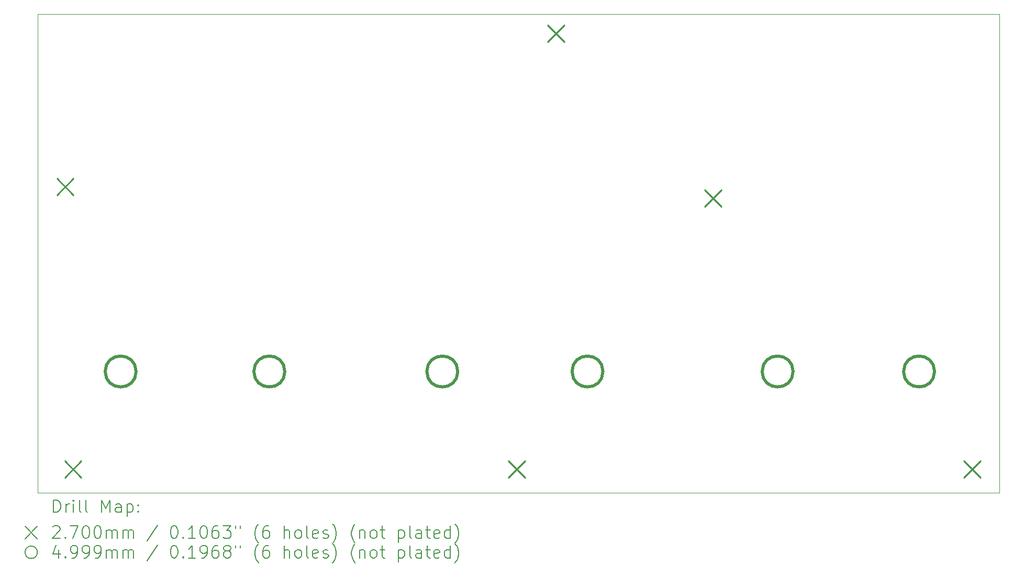
<source format=gbr>
%TF.GenerationSoftware,KiCad,Pcbnew,7.0.8*%
%TF.CreationDate,2023-10-07T19:30:02-07:00*%
%TF.ProjectId,nixie3,6e697869-6533-42e6-9b69-6361645f7063,rev?*%
%TF.SameCoordinates,Original*%
%TF.FileFunction,Drillmap*%
%TF.FilePolarity,Positive*%
%FSLAX45Y45*%
G04 Gerber Fmt 4.5, Leading zero omitted, Abs format (unit mm)*
G04 Created by KiCad (PCBNEW 7.0.8) date 2023-10-07 19:30:02*
%MOMM*%
%LPD*%
G01*
G04 APERTURE LIST*
%ADD10C,0.100000*%
%ADD11C,0.200000*%
%ADD12C,0.270000*%
%ADD13C,0.499872*%
G04 APERTURE END LIST*
D10*
X3873500Y-3492500D02*
X19431000Y-3492500D01*
X19431000Y-11239500D01*
X3873500Y-11239500D01*
X3873500Y-3492500D01*
D11*
D12*
X4183000Y-6151500D02*
X4453000Y-6421500D01*
X4453000Y-6151500D02*
X4183000Y-6421500D01*
X4310000Y-10723500D02*
X4580000Y-10993500D01*
X4580000Y-10723500D02*
X4310000Y-10993500D01*
X11485500Y-10723500D02*
X11755500Y-10993500D01*
X11755500Y-10723500D02*
X11485500Y-10993500D01*
X12120500Y-3675000D02*
X12390500Y-3945000D01*
X12390500Y-3675000D02*
X12120500Y-3945000D01*
X14660500Y-6342000D02*
X14930500Y-6612000D01*
X14930500Y-6342000D02*
X14660500Y-6612000D01*
X18851500Y-10723500D02*
X19121500Y-10993500D01*
X19121500Y-10723500D02*
X18851500Y-10993500D01*
D13*
X5464936Y-9278366D02*
G75*
G03*
X5464936Y-9278366I-249936J0D01*
G01*
X7869936Y-9278366D02*
G75*
G03*
X7869936Y-9278366I-249936J0D01*
G01*
X10667238Y-9278366D02*
G75*
G03*
X10667238Y-9278366I-249936J0D01*
G01*
X13015240Y-9278366D02*
G75*
G03*
X13015240Y-9278366I-249936J0D01*
G01*
X16089884Y-9278366D02*
G75*
G03*
X16089884Y-9278366I-249936J0D01*
G01*
X18377586Y-9278366D02*
G75*
G03*
X18377586Y-9278366I-249936J0D01*
G01*
D11*
X4129277Y-11555984D02*
X4129277Y-11355984D01*
X4129277Y-11355984D02*
X4176896Y-11355984D01*
X4176896Y-11355984D02*
X4205467Y-11365508D01*
X4205467Y-11365508D02*
X4224515Y-11384555D01*
X4224515Y-11384555D02*
X4234039Y-11403603D01*
X4234039Y-11403603D02*
X4243563Y-11441698D01*
X4243563Y-11441698D02*
X4243563Y-11470269D01*
X4243563Y-11470269D02*
X4234039Y-11508365D01*
X4234039Y-11508365D02*
X4224515Y-11527412D01*
X4224515Y-11527412D02*
X4205467Y-11546460D01*
X4205467Y-11546460D02*
X4176896Y-11555984D01*
X4176896Y-11555984D02*
X4129277Y-11555984D01*
X4329277Y-11555984D02*
X4329277Y-11422650D01*
X4329277Y-11460746D02*
X4338801Y-11441698D01*
X4338801Y-11441698D02*
X4348324Y-11432174D01*
X4348324Y-11432174D02*
X4367372Y-11422650D01*
X4367372Y-11422650D02*
X4386420Y-11422650D01*
X4453086Y-11555984D02*
X4453086Y-11422650D01*
X4453086Y-11355984D02*
X4443563Y-11365508D01*
X4443563Y-11365508D02*
X4453086Y-11375031D01*
X4453086Y-11375031D02*
X4462610Y-11365508D01*
X4462610Y-11365508D02*
X4453086Y-11355984D01*
X4453086Y-11355984D02*
X4453086Y-11375031D01*
X4576896Y-11555984D02*
X4557848Y-11546460D01*
X4557848Y-11546460D02*
X4548324Y-11527412D01*
X4548324Y-11527412D02*
X4548324Y-11355984D01*
X4681658Y-11555984D02*
X4662610Y-11546460D01*
X4662610Y-11546460D02*
X4653086Y-11527412D01*
X4653086Y-11527412D02*
X4653086Y-11355984D01*
X4910229Y-11555984D02*
X4910229Y-11355984D01*
X4910229Y-11355984D02*
X4976896Y-11498841D01*
X4976896Y-11498841D02*
X5043563Y-11355984D01*
X5043563Y-11355984D02*
X5043563Y-11555984D01*
X5224515Y-11555984D02*
X5224515Y-11451222D01*
X5224515Y-11451222D02*
X5214991Y-11432174D01*
X5214991Y-11432174D02*
X5195944Y-11422650D01*
X5195944Y-11422650D02*
X5157848Y-11422650D01*
X5157848Y-11422650D02*
X5138801Y-11432174D01*
X5224515Y-11546460D02*
X5205467Y-11555984D01*
X5205467Y-11555984D02*
X5157848Y-11555984D01*
X5157848Y-11555984D02*
X5138801Y-11546460D01*
X5138801Y-11546460D02*
X5129277Y-11527412D01*
X5129277Y-11527412D02*
X5129277Y-11508365D01*
X5129277Y-11508365D02*
X5138801Y-11489317D01*
X5138801Y-11489317D02*
X5157848Y-11479793D01*
X5157848Y-11479793D02*
X5205467Y-11479793D01*
X5205467Y-11479793D02*
X5224515Y-11470269D01*
X5319753Y-11422650D02*
X5319753Y-11622650D01*
X5319753Y-11432174D02*
X5338801Y-11422650D01*
X5338801Y-11422650D02*
X5376896Y-11422650D01*
X5376896Y-11422650D02*
X5395944Y-11432174D01*
X5395944Y-11432174D02*
X5405467Y-11441698D01*
X5405467Y-11441698D02*
X5414991Y-11460746D01*
X5414991Y-11460746D02*
X5414991Y-11517888D01*
X5414991Y-11517888D02*
X5405467Y-11536936D01*
X5405467Y-11536936D02*
X5395944Y-11546460D01*
X5395944Y-11546460D02*
X5376896Y-11555984D01*
X5376896Y-11555984D02*
X5338801Y-11555984D01*
X5338801Y-11555984D02*
X5319753Y-11546460D01*
X5500705Y-11536936D02*
X5510229Y-11546460D01*
X5510229Y-11546460D02*
X5500705Y-11555984D01*
X5500705Y-11555984D02*
X5491182Y-11546460D01*
X5491182Y-11546460D02*
X5500705Y-11536936D01*
X5500705Y-11536936D02*
X5500705Y-11555984D01*
X5500705Y-11432174D02*
X5510229Y-11441698D01*
X5510229Y-11441698D02*
X5500705Y-11451222D01*
X5500705Y-11451222D02*
X5491182Y-11441698D01*
X5491182Y-11441698D02*
X5500705Y-11432174D01*
X5500705Y-11432174D02*
X5500705Y-11451222D01*
X3668500Y-11784500D02*
X3868500Y-11984500D01*
X3868500Y-11784500D02*
X3668500Y-11984500D01*
X4119753Y-11795031D02*
X4129277Y-11785508D01*
X4129277Y-11785508D02*
X4148324Y-11775984D01*
X4148324Y-11775984D02*
X4195944Y-11775984D01*
X4195944Y-11775984D02*
X4214991Y-11785508D01*
X4214991Y-11785508D02*
X4224515Y-11795031D01*
X4224515Y-11795031D02*
X4234039Y-11814079D01*
X4234039Y-11814079D02*
X4234039Y-11833127D01*
X4234039Y-11833127D02*
X4224515Y-11861698D01*
X4224515Y-11861698D02*
X4110229Y-11975984D01*
X4110229Y-11975984D02*
X4234039Y-11975984D01*
X4319753Y-11956936D02*
X4329277Y-11966460D01*
X4329277Y-11966460D02*
X4319753Y-11975984D01*
X4319753Y-11975984D02*
X4310229Y-11966460D01*
X4310229Y-11966460D02*
X4319753Y-11956936D01*
X4319753Y-11956936D02*
X4319753Y-11975984D01*
X4395944Y-11775984D02*
X4529277Y-11775984D01*
X4529277Y-11775984D02*
X4443563Y-11975984D01*
X4643563Y-11775984D02*
X4662610Y-11775984D01*
X4662610Y-11775984D02*
X4681658Y-11785508D01*
X4681658Y-11785508D02*
X4691182Y-11795031D01*
X4691182Y-11795031D02*
X4700705Y-11814079D01*
X4700705Y-11814079D02*
X4710229Y-11852174D01*
X4710229Y-11852174D02*
X4710229Y-11899793D01*
X4710229Y-11899793D02*
X4700705Y-11937888D01*
X4700705Y-11937888D02*
X4691182Y-11956936D01*
X4691182Y-11956936D02*
X4681658Y-11966460D01*
X4681658Y-11966460D02*
X4662610Y-11975984D01*
X4662610Y-11975984D02*
X4643563Y-11975984D01*
X4643563Y-11975984D02*
X4624515Y-11966460D01*
X4624515Y-11966460D02*
X4614991Y-11956936D01*
X4614991Y-11956936D02*
X4605467Y-11937888D01*
X4605467Y-11937888D02*
X4595944Y-11899793D01*
X4595944Y-11899793D02*
X4595944Y-11852174D01*
X4595944Y-11852174D02*
X4605467Y-11814079D01*
X4605467Y-11814079D02*
X4614991Y-11795031D01*
X4614991Y-11795031D02*
X4624515Y-11785508D01*
X4624515Y-11785508D02*
X4643563Y-11775984D01*
X4834039Y-11775984D02*
X4853086Y-11775984D01*
X4853086Y-11775984D02*
X4872134Y-11785508D01*
X4872134Y-11785508D02*
X4881658Y-11795031D01*
X4881658Y-11795031D02*
X4891182Y-11814079D01*
X4891182Y-11814079D02*
X4900705Y-11852174D01*
X4900705Y-11852174D02*
X4900705Y-11899793D01*
X4900705Y-11899793D02*
X4891182Y-11937888D01*
X4891182Y-11937888D02*
X4881658Y-11956936D01*
X4881658Y-11956936D02*
X4872134Y-11966460D01*
X4872134Y-11966460D02*
X4853086Y-11975984D01*
X4853086Y-11975984D02*
X4834039Y-11975984D01*
X4834039Y-11975984D02*
X4814991Y-11966460D01*
X4814991Y-11966460D02*
X4805467Y-11956936D01*
X4805467Y-11956936D02*
X4795944Y-11937888D01*
X4795944Y-11937888D02*
X4786420Y-11899793D01*
X4786420Y-11899793D02*
X4786420Y-11852174D01*
X4786420Y-11852174D02*
X4795944Y-11814079D01*
X4795944Y-11814079D02*
X4805467Y-11795031D01*
X4805467Y-11795031D02*
X4814991Y-11785508D01*
X4814991Y-11785508D02*
X4834039Y-11775984D01*
X4986420Y-11975984D02*
X4986420Y-11842650D01*
X4986420Y-11861698D02*
X4995944Y-11852174D01*
X4995944Y-11852174D02*
X5014991Y-11842650D01*
X5014991Y-11842650D02*
X5043563Y-11842650D01*
X5043563Y-11842650D02*
X5062610Y-11852174D01*
X5062610Y-11852174D02*
X5072134Y-11871222D01*
X5072134Y-11871222D02*
X5072134Y-11975984D01*
X5072134Y-11871222D02*
X5081658Y-11852174D01*
X5081658Y-11852174D02*
X5100705Y-11842650D01*
X5100705Y-11842650D02*
X5129277Y-11842650D01*
X5129277Y-11842650D02*
X5148325Y-11852174D01*
X5148325Y-11852174D02*
X5157848Y-11871222D01*
X5157848Y-11871222D02*
X5157848Y-11975984D01*
X5253086Y-11975984D02*
X5253086Y-11842650D01*
X5253086Y-11861698D02*
X5262610Y-11852174D01*
X5262610Y-11852174D02*
X5281658Y-11842650D01*
X5281658Y-11842650D02*
X5310229Y-11842650D01*
X5310229Y-11842650D02*
X5329277Y-11852174D01*
X5329277Y-11852174D02*
X5338801Y-11871222D01*
X5338801Y-11871222D02*
X5338801Y-11975984D01*
X5338801Y-11871222D02*
X5348325Y-11852174D01*
X5348325Y-11852174D02*
X5367372Y-11842650D01*
X5367372Y-11842650D02*
X5395944Y-11842650D01*
X5395944Y-11842650D02*
X5414991Y-11852174D01*
X5414991Y-11852174D02*
X5424515Y-11871222D01*
X5424515Y-11871222D02*
X5424515Y-11975984D01*
X5814991Y-11766460D02*
X5643563Y-12023603D01*
X6072134Y-11775984D02*
X6091182Y-11775984D01*
X6091182Y-11775984D02*
X6110229Y-11785508D01*
X6110229Y-11785508D02*
X6119753Y-11795031D01*
X6119753Y-11795031D02*
X6129277Y-11814079D01*
X6129277Y-11814079D02*
X6138801Y-11852174D01*
X6138801Y-11852174D02*
X6138801Y-11899793D01*
X6138801Y-11899793D02*
X6129277Y-11937888D01*
X6129277Y-11937888D02*
X6119753Y-11956936D01*
X6119753Y-11956936D02*
X6110229Y-11966460D01*
X6110229Y-11966460D02*
X6091182Y-11975984D01*
X6091182Y-11975984D02*
X6072134Y-11975984D01*
X6072134Y-11975984D02*
X6053086Y-11966460D01*
X6053086Y-11966460D02*
X6043563Y-11956936D01*
X6043563Y-11956936D02*
X6034039Y-11937888D01*
X6034039Y-11937888D02*
X6024515Y-11899793D01*
X6024515Y-11899793D02*
X6024515Y-11852174D01*
X6024515Y-11852174D02*
X6034039Y-11814079D01*
X6034039Y-11814079D02*
X6043563Y-11795031D01*
X6043563Y-11795031D02*
X6053086Y-11785508D01*
X6053086Y-11785508D02*
X6072134Y-11775984D01*
X6224515Y-11956936D02*
X6234039Y-11966460D01*
X6234039Y-11966460D02*
X6224515Y-11975984D01*
X6224515Y-11975984D02*
X6214991Y-11966460D01*
X6214991Y-11966460D02*
X6224515Y-11956936D01*
X6224515Y-11956936D02*
X6224515Y-11975984D01*
X6424515Y-11975984D02*
X6310229Y-11975984D01*
X6367372Y-11975984D02*
X6367372Y-11775984D01*
X6367372Y-11775984D02*
X6348325Y-11804555D01*
X6348325Y-11804555D02*
X6329277Y-11823603D01*
X6329277Y-11823603D02*
X6310229Y-11833127D01*
X6548325Y-11775984D02*
X6567372Y-11775984D01*
X6567372Y-11775984D02*
X6586420Y-11785508D01*
X6586420Y-11785508D02*
X6595944Y-11795031D01*
X6595944Y-11795031D02*
X6605467Y-11814079D01*
X6605467Y-11814079D02*
X6614991Y-11852174D01*
X6614991Y-11852174D02*
X6614991Y-11899793D01*
X6614991Y-11899793D02*
X6605467Y-11937888D01*
X6605467Y-11937888D02*
X6595944Y-11956936D01*
X6595944Y-11956936D02*
X6586420Y-11966460D01*
X6586420Y-11966460D02*
X6567372Y-11975984D01*
X6567372Y-11975984D02*
X6548325Y-11975984D01*
X6548325Y-11975984D02*
X6529277Y-11966460D01*
X6529277Y-11966460D02*
X6519753Y-11956936D01*
X6519753Y-11956936D02*
X6510229Y-11937888D01*
X6510229Y-11937888D02*
X6500706Y-11899793D01*
X6500706Y-11899793D02*
X6500706Y-11852174D01*
X6500706Y-11852174D02*
X6510229Y-11814079D01*
X6510229Y-11814079D02*
X6519753Y-11795031D01*
X6519753Y-11795031D02*
X6529277Y-11785508D01*
X6529277Y-11785508D02*
X6548325Y-11775984D01*
X6786420Y-11775984D02*
X6748325Y-11775984D01*
X6748325Y-11775984D02*
X6729277Y-11785508D01*
X6729277Y-11785508D02*
X6719753Y-11795031D01*
X6719753Y-11795031D02*
X6700706Y-11823603D01*
X6700706Y-11823603D02*
X6691182Y-11861698D01*
X6691182Y-11861698D02*
X6691182Y-11937888D01*
X6691182Y-11937888D02*
X6700706Y-11956936D01*
X6700706Y-11956936D02*
X6710229Y-11966460D01*
X6710229Y-11966460D02*
X6729277Y-11975984D01*
X6729277Y-11975984D02*
X6767372Y-11975984D01*
X6767372Y-11975984D02*
X6786420Y-11966460D01*
X6786420Y-11966460D02*
X6795944Y-11956936D01*
X6795944Y-11956936D02*
X6805467Y-11937888D01*
X6805467Y-11937888D02*
X6805467Y-11890269D01*
X6805467Y-11890269D02*
X6795944Y-11871222D01*
X6795944Y-11871222D02*
X6786420Y-11861698D01*
X6786420Y-11861698D02*
X6767372Y-11852174D01*
X6767372Y-11852174D02*
X6729277Y-11852174D01*
X6729277Y-11852174D02*
X6710229Y-11861698D01*
X6710229Y-11861698D02*
X6700706Y-11871222D01*
X6700706Y-11871222D02*
X6691182Y-11890269D01*
X6872134Y-11775984D02*
X6995944Y-11775984D01*
X6995944Y-11775984D02*
X6929277Y-11852174D01*
X6929277Y-11852174D02*
X6957848Y-11852174D01*
X6957848Y-11852174D02*
X6976896Y-11861698D01*
X6976896Y-11861698D02*
X6986420Y-11871222D01*
X6986420Y-11871222D02*
X6995944Y-11890269D01*
X6995944Y-11890269D02*
X6995944Y-11937888D01*
X6995944Y-11937888D02*
X6986420Y-11956936D01*
X6986420Y-11956936D02*
X6976896Y-11966460D01*
X6976896Y-11966460D02*
X6957848Y-11975984D01*
X6957848Y-11975984D02*
X6900706Y-11975984D01*
X6900706Y-11975984D02*
X6881658Y-11966460D01*
X6881658Y-11966460D02*
X6872134Y-11956936D01*
X7072134Y-11775984D02*
X7072134Y-11814079D01*
X7148325Y-11775984D02*
X7148325Y-11814079D01*
X7443563Y-12052174D02*
X7434039Y-12042650D01*
X7434039Y-12042650D02*
X7414991Y-12014079D01*
X7414991Y-12014079D02*
X7405468Y-11995031D01*
X7405468Y-11995031D02*
X7395944Y-11966460D01*
X7395944Y-11966460D02*
X7386420Y-11918841D01*
X7386420Y-11918841D02*
X7386420Y-11880746D01*
X7386420Y-11880746D02*
X7395944Y-11833127D01*
X7395944Y-11833127D02*
X7405468Y-11804555D01*
X7405468Y-11804555D02*
X7414991Y-11785508D01*
X7414991Y-11785508D02*
X7434039Y-11756936D01*
X7434039Y-11756936D02*
X7443563Y-11747412D01*
X7605468Y-11775984D02*
X7567372Y-11775984D01*
X7567372Y-11775984D02*
X7548325Y-11785508D01*
X7548325Y-11785508D02*
X7538801Y-11795031D01*
X7538801Y-11795031D02*
X7519753Y-11823603D01*
X7519753Y-11823603D02*
X7510229Y-11861698D01*
X7510229Y-11861698D02*
X7510229Y-11937888D01*
X7510229Y-11937888D02*
X7519753Y-11956936D01*
X7519753Y-11956936D02*
X7529277Y-11966460D01*
X7529277Y-11966460D02*
X7548325Y-11975984D01*
X7548325Y-11975984D02*
X7586420Y-11975984D01*
X7586420Y-11975984D02*
X7605468Y-11966460D01*
X7605468Y-11966460D02*
X7614991Y-11956936D01*
X7614991Y-11956936D02*
X7624515Y-11937888D01*
X7624515Y-11937888D02*
X7624515Y-11890269D01*
X7624515Y-11890269D02*
X7614991Y-11871222D01*
X7614991Y-11871222D02*
X7605468Y-11861698D01*
X7605468Y-11861698D02*
X7586420Y-11852174D01*
X7586420Y-11852174D02*
X7548325Y-11852174D01*
X7548325Y-11852174D02*
X7529277Y-11861698D01*
X7529277Y-11861698D02*
X7519753Y-11871222D01*
X7519753Y-11871222D02*
X7510229Y-11890269D01*
X7862610Y-11975984D02*
X7862610Y-11775984D01*
X7948325Y-11975984D02*
X7948325Y-11871222D01*
X7948325Y-11871222D02*
X7938801Y-11852174D01*
X7938801Y-11852174D02*
X7919753Y-11842650D01*
X7919753Y-11842650D02*
X7891182Y-11842650D01*
X7891182Y-11842650D02*
X7872134Y-11852174D01*
X7872134Y-11852174D02*
X7862610Y-11861698D01*
X8072134Y-11975984D02*
X8053087Y-11966460D01*
X8053087Y-11966460D02*
X8043563Y-11956936D01*
X8043563Y-11956936D02*
X8034039Y-11937888D01*
X8034039Y-11937888D02*
X8034039Y-11880746D01*
X8034039Y-11880746D02*
X8043563Y-11861698D01*
X8043563Y-11861698D02*
X8053087Y-11852174D01*
X8053087Y-11852174D02*
X8072134Y-11842650D01*
X8072134Y-11842650D02*
X8100706Y-11842650D01*
X8100706Y-11842650D02*
X8119753Y-11852174D01*
X8119753Y-11852174D02*
X8129277Y-11861698D01*
X8129277Y-11861698D02*
X8138801Y-11880746D01*
X8138801Y-11880746D02*
X8138801Y-11937888D01*
X8138801Y-11937888D02*
X8129277Y-11956936D01*
X8129277Y-11956936D02*
X8119753Y-11966460D01*
X8119753Y-11966460D02*
X8100706Y-11975984D01*
X8100706Y-11975984D02*
X8072134Y-11975984D01*
X8253087Y-11975984D02*
X8234039Y-11966460D01*
X8234039Y-11966460D02*
X8224515Y-11947412D01*
X8224515Y-11947412D02*
X8224515Y-11775984D01*
X8405468Y-11966460D02*
X8386420Y-11975984D01*
X8386420Y-11975984D02*
X8348325Y-11975984D01*
X8348325Y-11975984D02*
X8329277Y-11966460D01*
X8329277Y-11966460D02*
X8319753Y-11947412D01*
X8319753Y-11947412D02*
X8319753Y-11871222D01*
X8319753Y-11871222D02*
X8329277Y-11852174D01*
X8329277Y-11852174D02*
X8348325Y-11842650D01*
X8348325Y-11842650D02*
X8386420Y-11842650D01*
X8386420Y-11842650D02*
X8405468Y-11852174D01*
X8405468Y-11852174D02*
X8414992Y-11871222D01*
X8414992Y-11871222D02*
X8414992Y-11890269D01*
X8414992Y-11890269D02*
X8319753Y-11909317D01*
X8491182Y-11966460D02*
X8510230Y-11975984D01*
X8510230Y-11975984D02*
X8548325Y-11975984D01*
X8548325Y-11975984D02*
X8567373Y-11966460D01*
X8567373Y-11966460D02*
X8576896Y-11947412D01*
X8576896Y-11947412D02*
X8576896Y-11937888D01*
X8576896Y-11937888D02*
X8567373Y-11918841D01*
X8567373Y-11918841D02*
X8548325Y-11909317D01*
X8548325Y-11909317D02*
X8519753Y-11909317D01*
X8519753Y-11909317D02*
X8500706Y-11899793D01*
X8500706Y-11899793D02*
X8491182Y-11880746D01*
X8491182Y-11880746D02*
X8491182Y-11871222D01*
X8491182Y-11871222D02*
X8500706Y-11852174D01*
X8500706Y-11852174D02*
X8519753Y-11842650D01*
X8519753Y-11842650D02*
X8548325Y-11842650D01*
X8548325Y-11842650D02*
X8567373Y-11852174D01*
X8643563Y-12052174D02*
X8653087Y-12042650D01*
X8653087Y-12042650D02*
X8672134Y-12014079D01*
X8672134Y-12014079D02*
X8681658Y-11995031D01*
X8681658Y-11995031D02*
X8691182Y-11966460D01*
X8691182Y-11966460D02*
X8700706Y-11918841D01*
X8700706Y-11918841D02*
X8700706Y-11880746D01*
X8700706Y-11880746D02*
X8691182Y-11833127D01*
X8691182Y-11833127D02*
X8681658Y-11804555D01*
X8681658Y-11804555D02*
X8672134Y-11785508D01*
X8672134Y-11785508D02*
X8653087Y-11756936D01*
X8653087Y-11756936D02*
X8643563Y-11747412D01*
X9005468Y-12052174D02*
X8995944Y-12042650D01*
X8995944Y-12042650D02*
X8976896Y-12014079D01*
X8976896Y-12014079D02*
X8967373Y-11995031D01*
X8967373Y-11995031D02*
X8957849Y-11966460D01*
X8957849Y-11966460D02*
X8948325Y-11918841D01*
X8948325Y-11918841D02*
X8948325Y-11880746D01*
X8948325Y-11880746D02*
X8957849Y-11833127D01*
X8957849Y-11833127D02*
X8967373Y-11804555D01*
X8967373Y-11804555D02*
X8976896Y-11785508D01*
X8976896Y-11785508D02*
X8995944Y-11756936D01*
X8995944Y-11756936D02*
X9005468Y-11747412D01*
X9081658Y-11842650D02*
X9081658Y-11975984D01*
X9081658Y-11861698D02*
X9091182Y-11852174D01*
X9091182Y-11852174D02*
X9110230Y-11842650D01*
X9110230Y-11842650D02*
X9138801Y-11842650D01*
X9138801Y-11842650D02*
X9157849Y-11852174D01*
X9157849Y-11852174D02*
X9167373Y-11871222D01*
X9167373Y-11871222D02*
X9167373Y-11975984D01*
X9291182Y-11975984D02*
X9272134Y-11966460D01*
X9272134Y-11966460D02*
X9262611Y-11956936D01*
X9262611Y-11956936D02*
X9253087Y-11937888D01*
X9253087Y-11937888D02*
X9253087Y-11880746D01*
X9253087Y-11880746D02*
X9262611Y-11861698D01*
X9262611Y-11861698D02*
X9272134Y-11852174D01*
X9272134Y-11852174D02*
X9291182Y-11842650D01*
X9291182Y-11842650D02*
X9319754Y-11842650D01*
X9319754Y-11842650D02*
X9338801Y-11852174D01*
X9338801Y-11852174D02*
X9348325Y-11861698D01*
X9348325Y-11861698D02*
X9357849Y-11880746D01*
X9357849Y-11880746D02*
X9357849Y-11937888D01*
X9357849Y-11937888D02*
X9348325Y-11956936D01*
X9348325Y-11956936D02*
X9338801Y-11966460D01*
X9338801Y-11966460D02*
X9319754Y-11975984D01*
X9319754Y-11975984D02*
X9291182Y-11975984D01*
X9414992Y-11842650D02*
X9491182Y-11842650D01*
X9443563Y-11775984D02*
X9443563Y-11947412D01*
X9443563Y-11947412D02*
X9453087Y-11966460D01*
X9453087Y-11966460D02*
X9472134Y-11975984D01*
X9472134Y-11975984D02*
X9491182Y-11975984D01*
X9710230Y-11842650D02*
X9710230Y-12042650D01*
X9710230Y-11852174D02*
X9729277Y-11842650D01*
X9729277Y-11842650D02*
X9767373Y-11842650D01*
X9767373Y-11842650D02*
X9786420Y-11852174D01*
X9786420Y-11852174D02*
X9795944Y-11861698D01*
X9795944Y-11861698D02*
X9805468Y-11880746D01*
X9805468Y-11880746D02*
X9805468Y-11937888D01*
X9805468Y-11937888D02*
X9795944Y-11956936D01*
X9795944Y-11956936D02*
X9786420Y-11966460D01*
X9786420Y-11966460D02*
X9767373Y-11975984D01*
X9767373Y-11975984D02*
X9729277Y-11975984D01*
X9729277Y-11975984D02*
X9710230Y-11966460D01*
X9919754Y-11975984D02*
X9900706Y-11966460D01*
X9900706Y-11966460D02*
X9891182Y-11947412D01*
X9891182Y-11947412D02*
X9891182Y-11775984D01*
X10081658Y-11975984D02*
X10081658Y-11871222D01*
X10081658Y-11871222D02*
X10072135Y-11852174D01*
X10072135Y-11852174D02*
X10053087Y-11842650D01*
X10053087Y-11842650D02*
X10014992Y-11842650D01*
X10014992Y-11842650D02*
X9995944Y-11852174D01*
X10081658Y-11966460D02*
X10062611Y-11975984D01*
X10062611Y-11975984D02*
X10014992Y-11975984D01*
X10014992Y-11975984D02*
X9995944Y-11966460D01*
X9995944Y-11966460D02*
X9986420Y-11947412D01*
X9986420Y-11947412D02*
X9986420Y-11928365D01*
X9986420Y-11928365D02*
X9995944Y-11909317D01*
X9995944Y-11909317D02*
X10014992Y-11899793D01*
X10014992Y-11899793D02*
X10062611Y-11899793D01*
X10062611Y-11899793D02*
X10081658Y-11890269D01*
X10148325Y-11842650D02*
X10224515Y-11842650D01*
X10176896Y-11775984D02*
X10176896Y-11947412D01*
X10176896Y-11947412D02*
X10186420Y-11966460D01*
X10186420Y-11966460D02*
X10205468Y-11975984D01*
X10205468Y-11975984D02*
X10224515Y-11975984D01*
X10367373Y-11966460D02*
X10348325Y-11975984D01*
X10348325Y-11975984D02*
X10310230Y-11975984D01*
X10310230Y-11975984D02*
X10291182Y-11966460D01*
X10291182Y-11966460D02*
X10281658Y-11947412D01*
X10281658Y-11947412D02*
X10281658Y-11871222D01*
X10281658Y-11871222D02*
X10291182Y-11852174D01*
X10291182Y-11852174D02*
X10310230Y-11842650D01*
X10310230Y-11842650D02*
X10348325Y-11842650D01*
X10348325Y-11842650D02*
X10367373Y-11852174D01*
X10367373Y-11852174D02*
X10376896Y-11871222D01*
X10376896Y-11871222D02*
X10376896Y-11890269D01*
X10376896Y-11890269D02*
X10281658Y-11909317D01*
X10548325Y-11975984D02*
X10548325Y-11775984D01*
X10548325Y-11966460D02*
X10529277Y-11975984D01*
X10529277Y-11975984D02*
X10491182Y-11975984D01*
X10491182Y-11975984D02*
X10472135Y-11966460D01*
X10472135Y-11966460D02*
X10462611Y-11956936D01*
X10462611Y-11956936D02*
X10453087Y-11937888D01*
X10453087Y-11937888D02*
X10453087Y-11880746D01*
X10453087Y-11880746D02*
X10462611Y-11861698D01*
X10462611Y-11861698D02*
X10472135Y-11852174D01*
X10472135Y-11852174D02*
X10491182Y-11842650D01*
X10491182Y-11842650D02*
X10529277Y-11842650D01*
X10529277Y-11842650D02*
X10548325Y-11852174D01*
X10624516Y-12052174D02*
X10634039Y-12042650D01*
X10634039Y-12042650D02*
X10653087Y-12014079D01*
X10653087Y-12014079D02*
X10662611Y-11995031D01*
X10662611Y-11995031D02*
X10672135Y-11966460D01*
X10672135Y-11966460D02*
X10681658Y-11918841D01*
X10681658Y-11918841D02*
X10681658Y-11880746D01*
X10681658Y-11880746D02*
X10672135Y-11833127D01*
X10672135Y-11833127D02*
X10662611Y-11804555D01*
X10662611Y-11804555D02*
X10653087Y-11785508D01*
X10653087Y-11785508D02*
X10634039Y-11756936D01*
X10634039Y-11756936D02*
X10624516Y-11747412D01*
X3868500Y-12204500D02*
G75*
G03*
X3868500Y-12204500I-100000J0D01*
G01*
X4214991Y-12162650D02*
X4214991Y-12295984D01*
X4167372Y-12086460D02*
X4119753Y-12229317D01*
X4119753Y-12229317D02*
X4243563Y-12229317D01*
X4319753Y-12276936D02*
X4329277Y-12286460D01*
X4329277Y-12286460D02*
X4319753Y-12295984D01*
X4319753Y-12295984D02*
X4310229Y-12286460D01*
X4310229Y-12286460D02*
X4319753Y-12276936D01*
X4319753Y-12276936D02*
X4319753Y-12295984D01*
X4424515Y-12295984D02*
X4462610Y-12295984D01*
X4462610Y-12295984D02*
X4481658Y-12286460D01*
X4481658Y-12286460D02*
X4491182Y-12276936D01*
X4491182Y-12276936D02*
X4510229Y-12248365D01*
X4510229Y-12248365D02*
X4519753Y-12210269D01*
X4519753Y-12210269D02*
X4519753Y-12134079D01*
X4519753Y-12134079D02*
X4510229Y-12115031D01*
X4510229Y-12115031D02*
X4500705Y-12105508D01*
X4500705Y-12105508D02*
X4481658Y-12095984D01*
X4481658Y-12095984D02*
X4443563Y-12095984D01*
X4443563Y-12095984D02*
X4424515Y-12105508D01*
X4424515Y-12105508D02*
X4414991Y-12115031D01*
X4414991Y-12115031D02*
X4405467Y-12134079D01*
X4405467Y-12134079D02*
X4405467Y-12181698D01*
X4405467Y-12181698D02*
X4414991Y-12200746D01*
X4414991Y-12200746D02*
X4424515Y-12210269D01*
X4424515Y-12210269D02*
X4443563Y-12219793D01*
X4443563Y-12219793D02*
X4481658Y-12219793D01*
X4481658Y-12219793D02*
X4500705Y-12210269D01*
X4500705Y-12210269D02*
X4510229Y-12200746D01*
X4510229Y-12200746D02*
X4519753Y-12181698D01*
X4614991Y-12295984D02*
X4653086Y-12295984D01*
X4653086Y-12295984D02*
X4672134Y-12286460D01*
X4672134Y-12286460D02*
X4681658Y-12276936D01*
X4681658Y-12276936D02*
X4700705Y-12248365D01*
X4700705Y-12248365D02*
X4710229Y-12210269D01*
X4710229Y-12210269D02*
X4710229Y-12134079D01*
X4710229Y-12134079D02*
X4700705Y-12115031D01*
X4700705Y-12115031D02*
X4691182Y-12105508D01*
X4691182Y-12105508D02*
X4672134Y-12095984D01*
X4672134Y-12095984D02*
X4634039Y-12095984D01*
X4634039Y-12095984D02*
X4614991Y-12105508D01*
X4614991Y-12105508D02*
X4605467Y-12115031D01*
X4605467Y-12115031D02*
X4595944Y-12134079D01*
X4595944Y-12134079D02*
X4595944Y-12181698D01*
X4595944Y-12181698D02*
X4605467Y-12200746D01*
X4605467Y-12200746D02*
X4614991Y-12210269D01*
X4614991Y-12210269D02*
X4634039Y-12219793D01*
X4634039Y-12219793D02*
X4672134Y-12219793D01*
X4672134Y-12219793D02*
X4691182Y-12210269D01*
X4691182Y-12210269D02*
X4700705Y-12200746D01*
X4700705Y-12200746D02*
X4710229Y-12181698D01*
X4805467Y-12295984D02*
X4843563Y-12295984D01*
X4843563Y-12295984D02*
X4862610Y-12286460D01*
X4862610Y-12286460D02*
X4872134Y-12276936D01*
X4872134Y-12276936D02*
X4891182Y-12248365D01*
X4891182Y-12248365D02*
X4900705Y-12210269D01*
X4900705Y-12210269D02*
X4900705Y-12134079D01*
X4900705Y-12134079D02*
X4891182Y-12115031D01*
X4891182Y-12115031D02*
X4881658Y-12105508D01*
X4881658Y-12105508D02*
X4862610Y-12095984D01*
X4862610Y-12095984D02*
X4824515Y-12095984D01*
X4824515Y-12095984D02*
X4805467Y-12105508D01*
X4805467Y-12105508D02*
X4795944Y-12115031D01*
X4795944Y-12115031D02*
X4786420Y-12134079D01*
X4786420Y-12134079D02*
X4786420Y-12181698D01*
X4786420Y-12181698D02*
X4795944Y-12200746D01*
X4795944Y-12200746D02*
X4805467Y-12210269D01*
X4805467Y-12210269D02*
X4824515Y-12219793D01*
X4824515Y-12219793D02*
X4862610Y-12219793D01*
X4862610Y-12219793D02*
X4881658Y-12210269D01*
X4881658Y-12210269D02*
X4891182Y-12200746D01*
X4891182Y-12200746D02*
X4900705Y-12181698D01*
X4986420Y-12295984D02*
X4986420Y-12162650D01*
X4986420Y-12181698D02*
X4995944Y-12172174D01*
X4995944Y-12172174D02*
X5014991Y-12162650D01*
X5014991Y-12162650D02*
X5043563Y-12162650D01*
X5043563Y-12162650D02*
X5062610Y-12172174D01*
X5062610Y-12172174D02*
X5072134Y-12191222D01*
X5072134Y-12191222D02*
X5072134Y-12295984D01*
X5072134Y-12191222D02*
X5081658Y-12172174D01*
X5081658Y-12172174D02*
X5100705Y-12162650D01*
X5100705Y-12162650D02*
X5129277Y-12162650D01*
X5129277Y-12162650D02*
X5148325Y-12172174D01*
X5148325Y-12172174D02*
X5157848Y-12191222D01*
X5157848Y-12191222D02*
X5157848Y-12295984D01*
X5253086Y-12295984D02*
X5253086Y-12162650D01*
X5253086Y-12181698D02*
X5262610Y-12172174D01*
X5262610Y-12172174D02*
X5281658Y-12162650D01*
X5281658Y-12162650D02*
X5310229Y-12162650D01*
X5310229Y-12162650D02*
X5329277Y-12172174D01*
X5329277Y-12172174D02*
X5338801Y-12191222D01*
X5338801Y-12191222D02*
X5338801Y-12295984D01*
X5338801Y-12191222D02*
X5348325Y-12172174D01*
X5348325Y-12172174D02*
X5367372Y-12162650D01*
X5367372Y-12162650D02*
X5395944Y-12162650D01*
X5395944Y-12162650D02*
X5414991Y-12172174D01*
X5414991Y-12172174D02*
X5424515Y-12191222D01*
X5424515Y-12191222D02*
X5424515Y-12295984D01*
X5814991Y-12086460D02*
X5643563Y-12343603D01*
X6072134Y-12095984D02*
X6091182Y-12095984D01*
X6091182Y-12095984D02*
X6110229Y-12105508D01*
X6110229Y-12105508D02*
X6119753Y-12115031D01*
X6119753Y-12115031D02*
X6129277Y-12134079D01*
X6129277Y-12134079D02*
X6138801Y-12172174D01*
X6138801Y-12172174D02*
X6138801Y-12219793D01*
X6138801Y-12219793D02*
X6129277Y-12257888D01*
X6129277Y-12257888D02*
X6119753Y-12276936D01*
X6119753Y-12276936D02*
X6110229Y-12286460D01*
X6110229Y-12286460D02*
X6091182Y-12295984D01*
X6091182Y-12295984D02*
X6072134Y-12295984D01*
X6072134Y-12295984D02*
X6053086Y-12286460D01*
X6053086Y-12286460D02*
X6043563Y-12276936D01*
X6043563Y-12276936D02*
X6034039Y-12257888D01*
X6034039Y-12257888D02*
X6024515Y-12219793D01*
X6024515Y-12219793D02*
X6024515Y-12172174D01*
X6024515Y-12172174D02*
X6034039Y-12134079D01*
X6034039Y-12134079D02*
X6043563Y-12115031D01*
X6043563Y-12115031D02*
X6053086Y-12105508D01*
X6053086Y-12105508D02*
X6072134Y-12095984D01*
X6224515Y-12276936D02*
X6234039Y-12286460D01*
X6234039Y-12286460D02*
X6224515Y-12295984D01*
X6224515Y-12295984D02*
X6214991Y-12286460D01*
X6214991Y-12286460D02*
X6224515Y-12276936D01*
X6224515Y-12276936D02*
X6224515Y-12295984D01*
X6424515Y-12295984D02*
X6310229Y-12295984D01*
X6367372Y-12295984D02*
X6367372Y-12095984D01*
X6367372Y-12095984D02*
X6348325Y-12124555D01*
X6348325Y-12124555D02*
X6329277Y-12143603D01*
X6329277Y-12143603D02*
X6310229Y-12153127D01*
X6519753Y-12295984D02*
X6557848Y-12295984D01*
X6557848Y-12295984D02*
X6576896Y-12286460D01*
X6576896Y-12286460D02*
X6586420Y-12276936D01*
X6586420Y-12276936D02*
X6605467Y-12248365D01*
X6605467Y-12248365D02*
X6614991Y-12210269D01*
X6614991Y-12210269D02*
X6614991Y-12134079D01*
X6614991Y-12134079D02*
X6605467Y-12115031D01*
X6605467Y-12115031D02*
X6595944Y-12105508D01*
X6595944Y-12105508D02*
X6576896Y-12095984D01*
X6576896Y-12095984D02*
X6538801Y-12095984D01*
X6538801Y-12095984D02*
X6519753Y-12105508D01*
X6519753Y-12105508D02*
X6510229Y-12115031D01*
X6510229Y-12115031D02*
X6500706Y-12134079D01*
X6500706Y-12134079D02*
X6500706Y-12181698D01*
X6500706Y-12181698D02*
X6510229Y-12200746D01*
X6510229Y-12200746D02*
X6519753Y-12210269D01*
X6519753Y-12210269D02*
X6538801Y-12219793D01*
X6538801Y-12219793D02*
X6576896Y-12219793D01*
X6576896Y-12219793D02*
X6595944Y-12210269D01*
X6595944Y-12210269D02*
X6605467Y-12200746D01*
X6605467Y-12200746D02*
X6614991Y-12181698D01*
X6786420Y-12095984D02*
X6748325Y-12095984D01*
X6748325Y-12095984D02*
X6729277Y-12105508D01*
X6729277Y-12105508D02*
X6719753Y-12115031D01*
X6719753Y-12115031D02*
X6700706Y-12143603D01*
X6700706Y-12143603D02*
X6691182Y-12181698D01*
X6691182Y-12181698D02*
X6691182Y-12257888D01*
X6691182Y-12257888D02*
X6700706Y-12276936D01*
X6700706Y-12276936D02*
X6710229Y-12286460D01*
X6710229Y-12286460D02*
X6729277Y-12295984D01*
X6729277Y-12295984D02*
X6767372Y-12295984D01*
X6767372Y-12295984D02*
X6786420Y-12286460D01*
X6786420Y-12286460D02*
X6795944Y-12276936D01*
X6795944Y-12276936D02*
X6805467Y-12257888D01*
X6805467Y-12257888D02*
X6805467Y-12210269D01*
X6805467Y-12210269D02*
X6795944Y-12191222D01*
X6795944Y-12191222D02*
X6786420Y-12181698D01*
X6786420Y-12181698D02*
X6767372Y-12172174D01*
X6767372Y-12172174D02*
X6729277Y-12172174D01*
X6729277Y-12172174D02*
X6710229Y-12181698D01*
X6710229Y-12181698D02*
X6700706Y-12191222D01*
X6700706Y-12191222D02*
X6691182Y-12210269D01*
X6919753Y-12181698D02*
X6900706Y-12172174D01*
X6900706Y-12172174D02*
X6891182Y-12162650D01*
X6891182Y-12162650D02*
X6881658Y-12143603D01*
X6881658Y-12143603D02*
X6881658Y-12134079D01*
X6881658Y-12134079D02*
X6891182Y-12115031D01*
X6891182Y-12115031D02*
X6900706Y-12105508D01*
X6900706Y-12105508D02*
X6919753Y-12095984D01*
X6919753Y-12095984D02*
X6957848Y-12095984D01*
X6957848Y-12095984D02*
X6976896Y-12105508D01*
X6976896Y-12105508D02*
X6986420Y-12115031D01*
X6986420Y-12115031D02*
X6995944Y-12134079D01*
X6995944Y-12134079D02*
X6995944Y-12143603D01*
X6995944Y-12143603D02*
X6986420Y-12162650D01*
X6986420Y-12162650D02*
X6976896Y-12172174D01*
X6976896Y-12172174D02*
X6957848Y-12181698D01*
X6957848Y-12181698D02*
X6919753Y-12181698D01*
X6919753Y-12181698D02*
X6900706Y-12191222D01*
X6900706Y-12191222D02*
X6891182Y-12200746D01*
X6891182Y-12200746D02*
X6881658Y-12219793D01*
X6881658Y-12219793D02*
X6881658Y-12257888D01*
X6881658Y-12257888D02*
X6891182Y-12276936D01*
X6891182Y-12276936D02*
X6900706Y-12286460D01*
X6900706Y-12286460D02*
X6919753Y-12295984D01*
X6919753Y-12295984D02*
X6957848Y-12295984D01*
X6957848Y-12295984D02*
X6976896Y-12286460D01*
X6976896Y-12286460D02*
X6986420Y-12276936D01*
X6986420Y-12276936D02*
X6995944Y-12257888D01*
X6995944Y-12257888D02*
X6995944Y-12219793D01*
X6995944Y-12219793D02*
X6986420Y-12200746D01*
X6986420Y-12200746D02*
X6976896Y-12191222D01*
X6976896Y-12191222D02*
X6957848Y-12181698D01*
X7072134Y-12095984D02*
X7072134Y-12134079D01*
X7148325Y-12095984D02*
X7148325Y-12134079D01*
X7443563Y-12372174D02*
X7434039Y-12362650D01*
X7434039Y-12362650D02*
X7414991Y-12334079D01*
X7414991Y-12334079D02*
X7405468Y-12315031D01*
X7405468Y-12315031D02*
X7395944Y-12286460D01*
X7395944Y-12286460D02*
X7386420Y-12238841D01*
X7386420Y-12238841D02*
X7386420Y-12200746D01*
X7386420Y-12200746D02*
X7395944Y-12153127D01*
X7395944Y-12153127D02*
X7405468Y-12124555D01*
X7405468Y-12124555D02*
X7414991Y-12105508D01*
X7414991Y-12105508D02*
X7434039Y-12076936D01*
X7434039Y-12076936D02*
X7443563Y-12067412D01*
X7605468Y-12095984D02*
X7567372Y-12095984D01*
X7567372Y-12095984D02*
X7548325Y-12105508D01*
X7548325Y-12105508D02*
X7538801Y-12115031D01*
X7538801Y-12115031D02*
X7519753Y-12143603D01*
X7519753Y-12143603D02*
X7510229Y-12181698D01*
X7510229Y-12181698D02*
X7510229Y-12257888D01*
X7510229Y-12257888D02*
X7519753Y-12276936D01*
X7519753Y-12276936D02*
X7529277Y-12286460D01*
X7529277Y-12286460D02*
X7548325Y-12295984D01*
X7548325Y-12295984D02*
X7586420Y-12295984D01*
X7586420Y-12295984D02*
X7605468Y-12286460D01*
X7605468Y-12286460D02*
X7614991Y-12276936D01*
X7614991Y-12276936D02*
X7624515Y-12257888D01*
X7624515Y-12257888D02*
X7624515Y-12210269D01*
X7624515Y-12210269D02*
X7614991Y-12191222D01*
X7614991Y-12191222D02*
X7605468Y-12181698D01*
X7605468Y-12181698D02*
X7586420Y-12172174D01*
X7586420Y-12172174D02*
X7548325Y-12172174D01*
X7548325Y-12172174D02*
X7529277Y-12181698D01*
X7529277Y-12181698D02*
X7519753Y-12191222D01*
X7519753Y-12191222D02*
X7510229Y-12210269D01*
X7862610Y-12295984D02*
X7862610Y-12095984D01*
X7948325Y-12295984D02*
X7948325Y-12191222D01*
X7948325Y-12191222D02*
X7938801Y-12172174D01*
X7938801Y-12172174D02*
X7919753Y-12162650D01*
X7919753Y-12162650D02*
X7891182Y-12162650D01*
X7891182Y-12162650D02*
X7872134Y-12172174D01*
X7872134Y-12172174D02*
X7862610Y-12181698D01*
X8072134Y-12295984D02*
X8053087Y-12286460D01*
X8053087Y-12286460D02*
X8043563Y-12276936D01*
X8043563Y-12276936D02*
X8034039Y-12257888D01*
X8034039Y-12257888D02*
X8034039Y-12200746D01*
X8034039Y-12200746D02*
X8043563Y-12181698D01*
X8043563Y-12181698D02*
X8053087Y-12172174D01*
X8053087Y-12172174D02*
X8072134Y-12162650D01*
X8072134Y-12162650D02*
X8100706Y-12162650D01*
X8100706Y-12162650D02*
X8119753Y-12172174D01*
X8119753Y-12172174D02*
X8129277Y-12181698D01*
X8129277Y-12181698D02*
X8138801Y-12200746D01*
X8138801Y-12200746D02*
X8138801Y-12257888D01*
X8138801Y-12257888D02*
X8129277Y-12276936D01*
X8129277Y-12276936D02*
X8119753Y-12286460D01*
X8119753Y-12286460D02*
X8100706Y-12295984D01*
X8100706Y-12295984D02*
X8072134Y-12295984D01*
X8253087Y-12295984D02*
X8234039Y-12286460D01*
X8234039Y-12286460D02*
X8224515Y-12267412D01*
X8224515Y-12267412D02*
X8224515Y-12095984D01*
X8405468Y-12286460D02*
X8386420Y-12295984D01*
X8386420Y-12295984D02*
X8348325Y-12295984D01*
X8348325Y-12295984D02*
X8329277Y-12286460D01*
X8329277Y-12286460D02*
X8319753Y-12267412D01*
X8319753Y-12267412D02*
X8319753Y-12191222D01*
X8319753Y-12191222D02*
X8329277Y-12172174D01*
X8329277Y-12172174D02*
X8348325Y-12162650D01*
X8348325Y-12162650D02*
X8386420Y-12162650D01*
X8386420Y-12162650D02*
X8405468Y-12172174D01*
X8405468Y-12172174D02*
X8414992Y-12191222D01*
X8414992Y-12191222D02*
X8414992Y-12210269D01*
X8414992Y-12210269D02*
X8319753Y-12229317D01*
X8491182Y-12286460D02*
X8510230Y-12295984D01*
X8510230Y-12295984D02*
X8548325Y-12295984D01*
X8548325Y-12295984D02*
X8567373Y-12286460D01*
X8567373Y-12286460D02*
X8576896Y-12267412D01*
X8576896Y-12267412D02*
X8576896Y-12257888D01*
X8576896Y-12257888D02*
X8567373Y-12238841D01*
X8567373Y-12238841D02*
X8548325Y-12229317D01*
X8548325Y-12229317D02*
X8519753Y-12229317D01*
X8519753Y-12229317D02*
X8500706Y-12219793D01*
X8500706Y-12219793D02*
X8491182Y-12200746D01*
X8491182Y-12200746D02*
X8491182Y-12191222D01*
X8491182Y-12191222D02*
X8500706Y-12172174D01*
X8500706Y-12172174D02*
X8519753Y-12162650D01*
X8519753Y-12162650D02*
X8548325Y-12162650D01*
X8548325Y-12162650D02*
X8567373Y-12172174D01*
X8643563Y-12372174D02*
X8653087Y-12362650D01*
X8653087Y-12362650D02*
X8672134Y-12334079D01*
X8672134Y-12334079D02*
X8681658Y-12315031D01*
X8681658Y-12315031D02*
X8691182Y-12286460D01*
X8691182Y-12286460D02*
X8700706Y-12238841D01*
X8700706Y-12238841D02*
X8700706Y-12200746D01*
X8700706Y-12200746D02*
X8691182Y-12153127D01*
X8691182Y-12153127D02*
X8681658Y-12124555D01*
X8681658Y-12124555D02*
X8672134Y-12105508D01*
X8672134Y-12105508D02*
X8653087Y-12076936D01*
X8653087Y-12076936D02*
X8643563Y-12067412D01*
X9005468Y-12372174D02*
X8995944Y-12362650D01*
X8995944Y-12362650D02*
X8976896Y-12334079D01*
X8976896Y-12334079D02*
X8967373Y-12315031D01*
X8967373Y-12315031D02*
X8957849Y-12286460D01*
X8957849Y-12286460D02*
X8948325Y-12238841D01*
X8948325Y-12238841D02*
X8948325Y-12200746D01*
X8948325Y-12200746D02*
X8957849Y-12153127D01*
X8957849Y-12153127D02*
X8967373Y-12124555D01*
X8967373Y-12124555D02*
X8976896Y-12105508D01*
X8976896Y-12105508D02*
X8995944Y-12076936D01*
X8995944Y-12076936D02*
X9005468Y-12067412D01*
X9081658Y-12162650D02*
X9081658Y-12295984D01*
X9081658Y-12181698D02*
X9091182Y-12172174D01*
X9091182Y-12172174D02*
X9110230Y-12162650D01*
X9110230Y-12162650D02*
X9138801Y-12162650D01*
X9138801Y-12162650D02*
X9157849Y-12172174D01*
X9157849Y-12172174D02*
X9167373Y-12191222D01*
X9167373Y-12191222D02*
X9167373Y-12295984D01*
X9291182Y-12295984D02*
X9272134Y-12286460D01*
X9272134Y-12286460D02*
X9262611Y-12276936D01*
X9262611Y-12276936D02*
X9253087Y-12257888D01*
X9253087Y-12257888D02*
X9253087Y-12200746D01*
X9253087Y-12200746D02*
X9262611Y-12181698D01*
X9262611Y-12181698D02*
X9272134Y-12172174D01*
X9272134Y-12172174D02*
X9291182Y-12162650D01*
X9291182Y-12162650D02*
X9319754Y-12162650D01*
X9319754Y-12162650D02*
X9338801Y-12172174D01*
X9338801Y-12172174D02*
X9348325Y-12181698D01*
X9348325Y-12181698D02*
X9357849Y-12200746D01*
X9357849Y-12200746D02*
X9357849Y-12257888D01*
X9357849Y-12257888D02*
X9348325Y-12276936D01*
X9348325Y-12276936D02*
X9338801Y-12286460D01*
X9338801Y-12286460D02*
X9319754Y-12295984D01*
X9319754Y-12295984D02*
X9291182Y-12295984D01*
X9414992Y-12162650D02*
X9491182Y-12162650D01*
X9443563Y-12095984D02*
X9443563Y-12267412D01*
X9443563Y-12267412D02*
X9453087Y-12286460D01*
X9453087Y-12286460D02*
X9472134Y-12295984D01*
X9472134Y-12295984D02*
X9491182Y-12295984D01*
X9710230Y-12162650D02*
X9710230Y-12362650D01*
X9710230Y-12172174D02*
X9729277Y-12162650D01*
X9729277Y-12162650D02*
X9767373Y-12162650D01*
X9767373Y-12162650D02*
X9786420Y-12172174D01*
X9786420Y-12172174D02*
X9795944Y-12181698D01*
X9795944Y-12181698D02*
X9805468Y-12200746D01*
X9805468Y-12200746D02*
X9805468Y-12257888D01*
X9805468Y-12257888D02*
X9795944Y-12276936D01*
X9795944Y-12276936D02*
X9786420Y-12286460D01*
X9786420Y-12286460D02*
X9767373Y-12295984D01*
X9767373Y-12295984D02*
X9729277Y-12295984D01*
X9729277Y-12295984D02*
X9710230Y-12286460D01*
X9919754Y-12295984D02*
X9900706Y-12286460D01*
X9900706Y-12286460D02*
X9891182Y-12267412D01*
X9891182Y-12267412D02*
X9891182Y-12095984D01*
X10081658Y-12295984D02*
X10081658Y-12191222D01*
X10081658Y-12191222D02*
X10072135Y-12172174D01*
X10072135Y-12172174D02*
X10053087Y-12162650D01*
X10053087Y-12162650D02*
X10014992Y-12162650D01*
X10014992Y-12162650D02*
X9995944Y-12172174D01*
X10081658Y-12286460D02*
X10062611Y-12295984D01*
X10062611Y-12295984D02*
X10014992Y-12295984D01*
X10014992Y-12295984D02*
X9995944Y-12286460D01*
X9995944Y-12286460D02*
X9986420Y-12267412D01*
X9986420Y-12267412D02*
X9986420Y-12248365D01*
X9986420Y-12248365D02*
X9995944Y-12229317D01*
X9995944Y-12229317D02*
X10014992Y-12219793D01*
X10014992Y-12219793D02*
X10062611Y-12219793D01*
X10062611Y-12219793D02*
X10081658Y-12210269D01*
X10148325Y-12162650D02*
X10224515Y-12162650D01*
X10176896Y-12095984D02*
X10176896Y-12267412D01*
X10176896Y-12267412D02*
X10186420Y-12286460D01*
X10186420Y-12286460D02*
X10205468Y-12295984D01*
X10205468Y-12295984D02*
X10224515Y-12295984D01*
X10367373Y-12286460D02*
X10348325Y-12295984D01*
X10348325Y-12295984D02*
X10310230Y-12295984D01*
X10310230Y-12295984D02*
X10291182Y-12286460D01*
X10291182Y-12286460D02*
X10281658Y-12267412D01*
X10281658Y-12267412D02*
X10281658Y-12191222D01*
X10281658Y-12191222D02*
X10291182Y-12172174D01*
X10291182Y-12172174D02*
X10310230Y-12162650D01*
X10310230Y-12162650D02*
X10348325Y-12162650D01*
X10348325Y-12162650D02*
X10367373Y-12172174D01*
X10367373Y-12172174D02*
X10376896Y-12191222D01*
X10376896Y-12191222D02*
X10376896Y-12210269D01*
X10376896Y-12210269D02*
X10281658Y-12229317D01*
X10548325Y-12295984D02*
X10548325Y-12095984D01*
X10548325Y-12286460D02*
X10529277Y-12295984D01*
X10529277Y-12295984D02*
X10491182Y-12295984D01*
X10491182Y-12295984D02*
X10472135Y-12286460D01*
X10472135Y-12286460D02*
X10462611Y-12276936D01*
X10462611Y-12276936D02*
X10453087Y-12257888D01*
X10453087Y-12257888D02*
X10453087Y-12200746D01*
X10453087Y-12200746D02*
X10462611Y-12181698D01*
X10462611Y-12181698D02*
X10472135Y-12172174D01*
X10472135Y-12172174D02*
X10491182Y-12162650D01*
X10491182Y-12162650D02*
X10529277Y-12162650D01*
X10529277Y-12162650D02*
X10548325Y-12172174D01*
X10624516Y-12372174D02*
X10634039Y-12362650D01*
X10634039Y-12362650D02*
X10653087Y-12334079D01*
X10653087Y-12334079D02*
X10662611Y-12315031D01*
X10662611Y-12315031D02*
X10672135Y-12286460D01*
X10672135Y-12286460D02*
X10681658Y-12238841D01*
X10681658Y-12238841D02*
X10681658Y-12200746D01*
X10681658Y-12200746D02*
X10672135Y-12153127D01*
X10672135Y-12153127D02*
X10662611Y-12124555D01*
X10662611Y-12124555D02*
X10653087Y-12105508D01*
X10653087Y-12105508D02*
X10634039Y-12076936D01*
X10634039Y-12076936D02*
X10624516Y-12067412D01*
M02*

</source>
